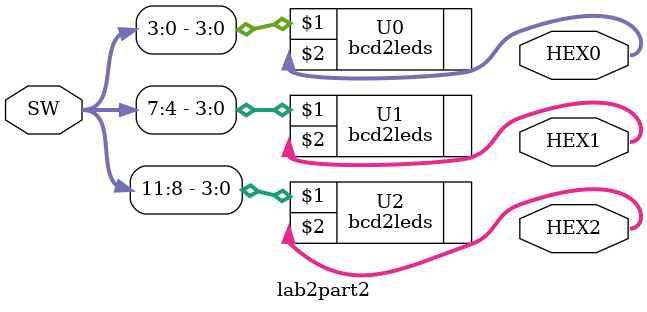
<source format=v>
module lab2part2 (SW, HEX0, HEX1, HEX2);
	input [11:0] SW;
	output [6:0] HEX0, HEX1, HEX2;

	bcd2leds U0 (SW[3:0], HEX0);
	bcd2leds U1 (SW[7:4], HEX1);
	bcd2leds U2 (SW[11:8], HEX2);
endmodule
</source>
